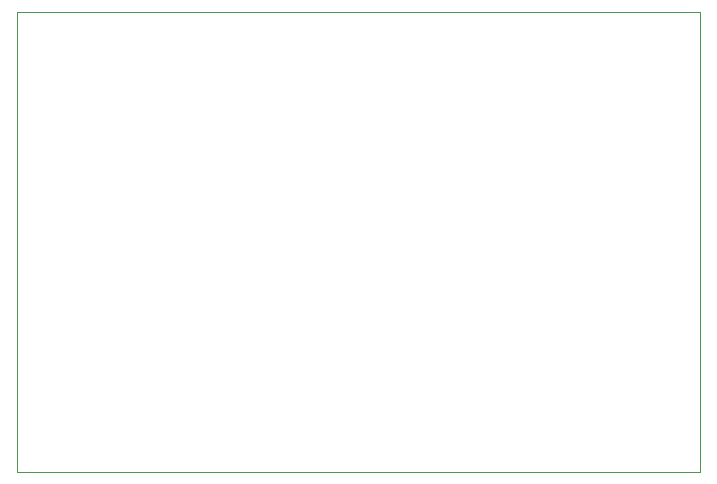
<source format=gm1>
G04 #@! TF.GenerationSoftware,KiCad,Pcbnew,9.0.4*
G04 #@! TF.CreationDate,2025-10-03T12:39:18+02:00*
G04 #@! TF.ProjectId,Mini-EMS-ESP,4d696e69-2d45-44d5-932d-4553502e6b69,rev?*
G04 #@! TF.SameCoordinates,Original*
G04 #@! TF.FileFunction,Profile,NP*
%FSLAX46Y46*%
G04 Gerber Fmt 4.6, Leading zero omitted, Abs format (unit mm)*
G04 Created by KiCad (PCBNEW 9.0.4) date 2025-10-03 12:39:18*
%MOMM*%
%LPD*%
G01*
G04 APERTURE LIST*
G04 #@! TA.AperFunction,Profile*
%ADD10C,0.050000*%
G04 #@! TD*
G04 APERTURE END LIST*
D10*
X70993000Y-85852000D02*
X128778000Y-85852000D01*
X128778000Y-124841000D01*
X70993000Y-124841000D01*
X70993000Y-85852000D01*
M02*

</source>
